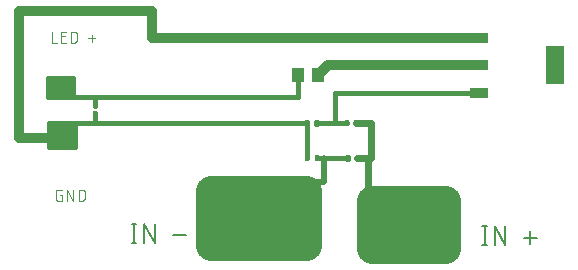
<source format=gtl>
G04 EAGLE Gerber X2 export*
%TF.Part,Single*%
%TF.FileFunction,Copper,L1,Top,Mixed*%
%TF.FilePolarity,Positive*%
%TF.GenerationSoftware,Autodesk,EAGLE,8.6.3*%
%TF.CreationDate,2019-05-11T18:19:01Z*%
G75*
%MOMM*%
%FSLAX34Y34*%
%LPD*%
%AMOC8*
5,1,8,0,0,1.08239X$1,22.5*%
G01*
%ADD10C,0.152400*%
%ADD11C,0.076200*%
%ADD12C,0.286200*%
%ADD13R,1.100000X1.250000*%
%ADD14R,0.400000X0.600000*%
%ADD15R,0.300000X0.400000*%
%ADD16R,1.625600X0.889000*%
%ADD17R,1.625600X3.175000*%
%ADD18C,0.406400*%
%ADD19C,0.609600*%
%ADD20C,2.540000*%
%ADD21C,0.508000*%
%ADD22C,0.812800*%


D10*
X430568Y50018D02*
X430568Y33762D01*
X428762Y33762D02*
X432374Y33762D01*
X432374Y50018D02*
X428762Y50018D01*
X439079Y50018D02*
X439079Y33762D01*
X448110Y33762D02*
X439079Y50018D01*
X448110Y50018D02*
X448110Y33762D01*
X463707Y40084D02*
X474544Y40084D01*
X469125Y45502D02*
X469125Y34665D01*
X133568Y35762D02*
X133568Y52018D01*
X131762Y35762D02*
X135374Y35762D01*
X135374Y52018D02*
X131762Y52018D01*
X142079Y52018D02*
X142079Y35762D01*
X151110Y35762D02*
X142079Y52018D01*
X151110Y52018D02*
X151110Y35762D01*
X166707Y42084D02*
X177544Y42084D01*
D11*
X72602Y76602D02*
X71036Y76602D01*
X72602Y76602D02*
X72602Y71381D01*
X69469Y71381D01*
X69380Y71383D01*
X69292Y71389D01*
X69204Y71398D01*
X69116Y71411D01*
X69029Y71428D01*
X68943Y71448D01*
X68858Y71473D01*
X68773Y71500D01*
X68690Y71532D01*
X68609Y71566D01*
X68529Y71605D01*
X68451Y71646D01*
X68374Y71691D01*
X68300Y71739D01*
X68227Y71790D01*
X68157Y71844D01*
X68090Y71902D01*
X68024Y71962D01*
X67962Y72024D01*
X67902Y72090D01*
X67844Y72157D01*
X67790Y72227D01*
X67739Y72300D01*
X67691Y72374D01*
X67646Y72451D01*
X67605Y72529D01*
X67566Y72609D01*
X67532Y72690D01*
X67500Y72773D01*
X67473Y72858D01*
X67448Y72943D01*
X67428Y73029D01*
X67411Y73116D01*
X67398Y73204D01*
X67389Y73292D01*
X67383Y73380D01*
X67381Y73469D01*
X67381Y78691D01*
X67383Y78782D01*
X67389Y78873D01*
X67399Y78964D01*
X67413Y79054D01*
X67430Y79143D01*
X67452Y79231D01*
X67478Y79319D01*
X67507Y79405D01*
X67540Y79490D01*
X67577Y79573D01*
X67617Y79655D01*
X67661Y79735D01*
X67708Y79813D01*
X67759Y79889D01*
X67812Y79962D01*
X67869Y80033D01*
X67930Y80102D01*
X67993Y80167D01*
X68058Y80230D01*
X68127Y80290D01*
X68198Y80348D01*
X68271Y80401D01*
X68347Y80452D01*
X68425Y80499D01*
X68505Y80543D01*
X68587Y80583D01*
X68670Y80620D01*
X68755Y80653D01*
X68841Y80682D01*
X68929Y80708D01*
X69017Y80730D01*
X69106Y80747D01*
X69196Y80761D01*
X69287Y80771D01*
X69378Y80777D01*
X69469Y80779D01*
X72602Y80779D01*
X77135Y80779D02*
X77135Y71381D01*
X82356Y71381D02*
X77135Y80779D01*
X82356Y80779D02*
X82356Y71381D01*
X86888Y71381D02*
X86888Y80779D01*
X89499Y80779D01*
X89599Y80777D01*
X89699Y80771D01*
X89798Y80762D01*
X89898Y80748D01*
X89996Y80731D01*
X90094Y80710D01*
X90191Y80686D01*
X90287Y80657D01*
X90382Y80625D01*
X90475Y80590D01*
X90567Y80551D01*
X90658Y80508D01*
X90746Y80462D01*
X90833Y80412D01*
X90918Y80360D01*
X91001Y80304D01*
X91082Y80245D01*
X91160Y80182D01*
X91236Y80117D01*
X91310Y80049D01*
X91380Y79979D01*
X91448Y79905D01*
X91513Y79829D01*
X91576Y79751D01*
X91635Y79670D01*
X91691Y79587D01*
X91743Y79502D01*
X91793Y79415D01*
X91839Y79327D01*
X91882Y79236D01*
X91921Y79144D01*
X91956Y79051D01*
X91988Y78956D01*
X92017Y78860D01*
X92041Y78763D01*
X92062Y78665D01*
X92079Y78567D01*
X92093Y78467D01*
X92102Y78368D01*
X92108Y78268D01*
X92110Y78168D01*
X92109Y78168D02*
X92109Y73992D01*
X92110Y73992D02*
X92108Y73892D01*
X92102Y73792D01*
X92093Y73693D01*
X92079Y73593D01*
X92062Y73495D01*
X92041Y73397D01*
X92017Y73300D01*
X91988Y73204D01*
X91956Y73109D01*
X91921Y73016D01*
X91882Y72924D01*
X91839Y72833D01*
X91793Y72745D01*
X91743Y72658D01*
X91691Y72573D01*
X91635Y72490D01*
X91576Y72409D01*
X91513Y72331D01*
X91448Y72255D01*
X91380Y72181D01*
X91310Y72111D01*
X91236Y72043D01*
X91160Y71978D01*
X91082Y71915D01*
X91001Y71856D01*
X90918Y71800D01*
X90833Y71748D01*
X90746Y71698D01*
X90658Y71652D01*
X90567Y71609D01*
X90475Y71570D01*
X90382Y71535D01*
X90287Y71503D01*
X90191Y71474D01*
X90094Y71450D01*
X89996Y71429D01*
X89898Y71412D01*
X89798Y71398D01*
X89699Y71389D01*
X89599Y71383D01*
X89499Y71381D01*
X86888Y71381D01*
X64381Y205381D02*
X64381Y214779D01*
X64381Y205381D02*
X68558Y205381D01*
X72306Y205381D02*
X76483Y205381D01*
X72306Y205381D02*
X72306Y214779D01*
X76483Y214779D01*
X75438Y210602D02*
X72306Y210602D01*
X80213Y214779D02*
X80213Y205381D01*
X80213Y214779D02*
X82824Y214779D01*
X82924Y214777D01*
X83024Y214771D01*
X83123Y214762D01*
X83223Y214748D01*
X83321Y214731D01*
X83419Y214710D01*
X83516Y214686D01*
X83612Y214657D01*
X83707Y214625D01*
X83800Y214590D01*
X83892Y214551D01*
X83983Y214508D01*
X84071Y214462D01*
X84158Y214412D01*
X84243Y214360D01*
X84326Y214304D01*
X84407Y214245D01*
X84485Y214182D01*
X84561Y214117D01*
X84635Y214049D01*
X84705Y213979D01*
X84773Y213905D01*
X84838Y213829D01*
X84901Y213751D01*
X84960Y213670D01*
X85016Y213587D01*
X85068Y213502D01*
X85118Y213415D01*
X85164Y213327D01*
X85207Y213236D01*
X85246Y213144D01*
X85281Y213051D01*
X85313Y212956D01*
X85342Y212860D01*
X85366Y212763D01*
X85387Y212665D01*
X85404Y212567D01*
X85418Y212467D01*
X85427Y212368D01*
X85433Y212268D01*
X85435Y212168D01*
X85434Y212168D02*
X85434Y207992D01*
X85435Y207992D02*
X85433Y207892D01*
X85427Y207792D01*
X85418Y207693D01*
X85404Y207593D01*
X85387Y207495D01*
X85366Y207397D01*
X85342Y207300D01*
X85313Y207204D01*
X85281Y207109D01*
X85246Y207016D01*
X85207Y206924D01*
X85164Y206833D01*
X85118Y206745D01*
X85068Y206658D01*
X85016Y206573D01*
X84960Y206490D01*
X84901Y206409D01*
X84838Y206331D01*
X84773Y206255D01*
X84705Y206181D01*
X84635Y206111D01*
X84561Y206043D01*
X84485Y205978D01*
X84407Y205915D01*
X84326Y205856D01*
X84243Y205800D01*
X84158Y205748D01*
X84071Y205698D01*
X83983Y205652D01*
X83892Y205609D01*
X83800Y205570D01*
X83707Y205535D01*
X83612Y205503D01*
X83516Y205474D01*
X83419Y205450D01*
X83321Y205429D01*
X83223Y205412D01*
X83123Y205398D01*
X83024Y205389D01*
X82924Y205383D01*
X82824Y205381D01*
X80213Y205381D01*
X94626Y209036D02*
X100891Y209036D01*
X97759Y212168D02*
X97759Y205903D01*
D12*
X287031Y139169D02*
X287031Y136031D01*
X287031Y139169D02*
X289569Y139169D01*
X289569Y136031D01*
X287031Y136031D01*
X287031Y138892D02*
X289569Y138892D01*
X278431Y139169D02*
X278431Y136031D01*
X278431Y139169D02*
X280969Y139169D01*
X280969Y136031D01*
X278431Y136031D01*
X278431Y138892D02*
X280969Y138892D01*
X321531Y109169D02*
X321531Y106031D01*
X321531Y109169D02*
X324069Y109169D01*
X324069Y106031D01*
X321531Y106031D01*
X321531Y108892D02*
X324069Y108892D01*
X312931Y109169D02*
X312931Y106031D01*
X312931Y109169D02*
X315469Y109169D01*
X315469Y106031D01*
X312931Y106031D01*
X312931Y108892D02*
X315469Y108892D01*
D13*
X289700Y177800D03*
X272700Y177800D03*
D14*
X322000Y137200D03*
X314000Y137200D03*
X280300Y107800D03*
X288300Y107800D03*
D15*
X100900Y151500D03*
X100900Y145500D03*
D16*
X425996Y209114D03*
X425996Y186000D03*
X425996Y162886D03*
D17*
X490004Y186000D03*
D18*
X334000Y107600D02*
X332000Y107600D01*
D19*
X334000Y137200D02*
X322000Y137200D01*
X334000Y137200D02*
X334000Y107600D01*
X332000Y107600D02*
X322800Y107600D01*
X332000Y107600D02*
X332000Y46000D01*
X358000Y46000D01*
D20*
X395000Y46000D01*
X395000Y71000D02*
X335000Y71000D01*
X335000Y31000D01*
X398000Y31000D02*
X398000Y54000D01*
X398000Y71000D01*
X398000Y54000D02*
X346000Y54000D01*
X395000Y46000D02*
X395000Y71000D01*
X398000Y31000D02*
X335000Y31000D01*
D18*
X295000Y107800D02*
X288300Y107800D01*
X295000Y107800D02*
X314200Y107800D01*
X314200Y107600D01*
D21*
X295000Y107800D02*
X295000Y87000D01*
X199000Y87000D02*
X199000Y80000D01*
X199000Y42000D02*
X199000Y26000D01*
D20*
X199000Y42000D02*
X199000Y45000D01*
X199000Y42000D02*
X199000Y33000D01*
X280000Y33000D01*
X280000Y80000D01*
X199000Y80000D01*
X199000Y45000D01*
X199000Y42000D02*
X263000Y42000D01*
X263000Y60000D02*
X215000Y60000D01*
D21*
X199000Y87000D02*
X295000Y87000D01*
D20*
X263000Y60000D02*
X263000Y42000D01*
D18*
X288300Y137600D02*
X304000Y137600D01*
X314000Y137600D01*
X314000Y137200D01*
X304000Y162886D02*
X425996Y162886D01*
X304000Y162886D02*
X304000Y137600D01*
X280300Y137600D02*
X280300Y107800D01*
X280300Y137600D02*
X279700Y137600D01*
X100900Y137600D01*
X100900Y145500D01*
X100900Y137600D02*
X62000Y137600D01*
X62000Y117000D02*
X84000Y117000D01*
X84000Y136000D02*
X66000Y136000D01*
X66000Y132000D01*
X66000Y119000D01*
X66000Y132000D02*
X80000Y132000D01*
X81000Y132000D01*
X80000Y132000D02*
X80000Y120000D01*
X69000Y120000D01*
X69000Y128000D01*
X69000Y129000D01*
X69000Y128000D02*
X78000Y128000D01*
X78000Y123000D02*
X72000Y123000D01*
X72000Y125000D01*
X75000Y125000D01*
X62000Y117000D02*
X62000Y137600D01*
X84000Y136000D02*
X84000Y117000D01*
X78000Y123000D02*
X78000Y128000D01*
D22*
X149000Y209114D02*
X425996Y209114D01*
X149000Y209114D02*
X149000Y232000D01*
X72000Y125000D02*
X36000Y125000D01*
X36000Y232000D02*
X149000Y232000D01*
X36000Y232000D02*
X36000Y125000D01*
D18*
X100900Y151500D02*
X100900Y159000D01*
X272700Y159000D02*
X272700Y177800D01*
X272700Y159000D02*
X100900Y159000D01*
X83000Y159000D01*
X82000Y159000D02*
X61000Y159000D01*
X61000Y175000D02*
X82000Y175000D01*
X82000Y159000D01*
X83000Y159000D01*
X82000Y159000D02*
X65000Y159000D01*
X65000Y172000D01*
X79000Y172000D01*
X79000Y169000D01*
X79000Y162000D01*
X68000Y162000D01*
X67000Y162000D01*
X68000Y162000D02*
X68000Y169000D01*
X77000Y169000D01*
X79000Y169000D01*
X77000Y169000D02*
X77000Y165000D01*
X71000Y165000D01*
X61000Y159000D02*
X61000Y175000D01*
D22*
X297900Y186000D02*
X425996Y186000D01*
X297900Y186000D02*
X289700Y177800D01*
M02*

</source>
